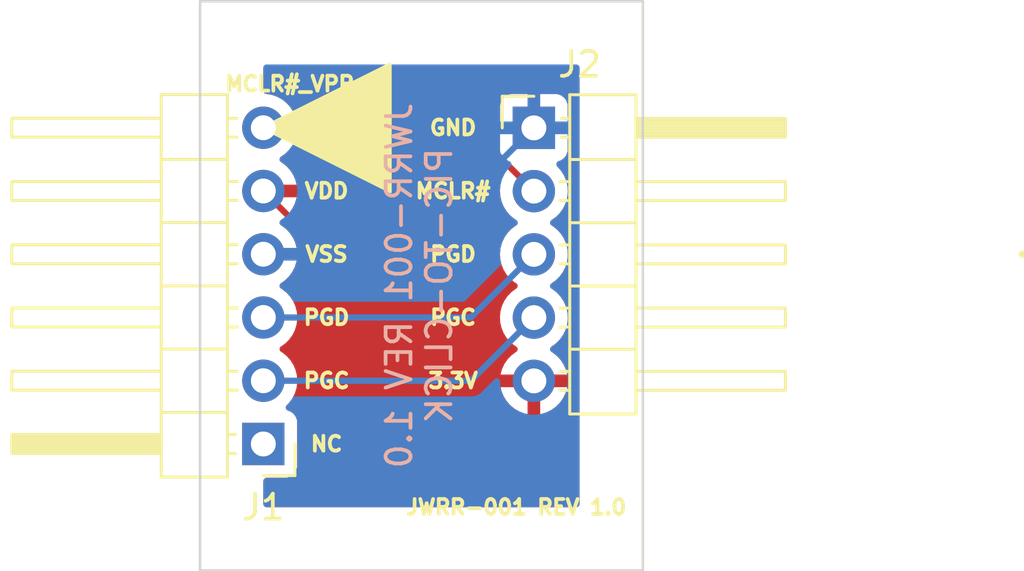
<source format=kicad_pcb>
(kicad_pcb (version 20211014) (generator pcbnew)
  (layers (0 "F.Cu" signal) (31 "B.Cu" signal) (34 "B.Paste" user) (35 "F.Paste" user) (36 "B.SilkS" user "B.Silkscreen") (37 "F.SilkS" user "F.Silkscreen") (38 "B.Mask" user) (39 "F.Mask" user) (44 "Edge.Cuts" user))
  (net 0 "")
  (net 2 "/PGC_RB6")
  (net 3 "/PGD_RB7")
  (net 4 "/VSS")
  (net 5 "/VDD_3.3V")
  (net 6 "/VPP_MCLR#")
  (footprint "Connector_PinHeader_2.54mm:PinHeader_1x05_P2.54mm_Horizontal" (layer "F.Cu") (at 140.405 86.365)
    (fp_text reference "J2" (at 1.835 -2.545) (layer "F.SilkS"))
    (fp_text value "Conn_01x05")
    (fp_line (start 10.1 4.7) (end 10.1 5.46) (layer "F.SilkS") (width 0.12))
    (fp_line (start 1.042929 4.7) (end 1.44 4.7) (layer "F.SilkS") (width 0.12))
    (fp_line (start 1.44 8.89) (end 4.1 8.89) (layer "F.SilkS") (width 0.12))
    (fp_line (start 1.042929 7.24) (end 1.44 7.24) (layer "F.SilkS") (width 0.12))
    (fp_line (start 1.44 3.81) (end 4.1 3.81) (layer "F.SilkS") (width 0.12))
    (fp_line (start 10.1 -0.38) (end 10.1 0.38) (layer "F.SilkS") (width 0.12))
    (fp_line (start 1.042929 2.16) (end 1.44 2.16) (layer "F.SilkS") (width 0.12))
    (fp_line (start 10.1 2.16) (end 10.1 2.92) (layer "F.SilkS") (width 0.12))
    (fp_line (start 4.1 -0.38) (end 10.1 -0.38) (layer "F.SilkS") (width 0.12))
    (fp_line (start 4.1 0.04) (end 10.1 0.04) (layer "F.SilkS") (width 0.12))
    (fp_line (start 4.1 0.16) (end 10.1 0.16) (layer "F.SilkS") (width 0.12))
    (fp_line (start 4.1 0.28) (end 10.1 0.28) (layer "F.SilkS") (width 0.12))
    (fp_line (start 1.44 6.35) (end 4.1 6.35) (layer "F.SilkS") (width 0.12))
    (fp_line (start 1.44 11.49) (end 4.1 11.49) (layer "F.SilkS") (width 0.12))
    (fp_line (start 10.1 0.38) (end 4.1 0.38) (layer "F.SilkS") (width 0.12))
    (fp_line (start 4.1 4.7) (end 10.1 4.7) (layer "F.SilkS") (width 0.12))
    (fp_line (start 4.1 2.16) (end 10.1 2.16) (layer "F.SilkS") (width 0.12))
    (fp_line (start 4.1 11.49) (end 4.1 -1.33) (layer "F.SilkS") (width 0.12))
    (fp_line (start 1.44 1.27) (end 4.1 1.27) (layer "F.SilkS") (width 0.12))
    (fp_line (start 10.1 10.54) (end 4.1 10.54) (layer "F.SilkS") (width 0.12))
    (fp_line (start 10.1 7.24) (end 10.1 8) (layer "F.SilkS") (width 0.12))
    (fp_line (start 1.44 -1.33) (end 1.44 11.49) (layer "F.SilkS") (width 0.12))
    (fp_line (start 1.11 0.38) (end 1.44 0.38) (layer "F.SilkS") (width 0.12))
    (fp_line (start 10.1 8) (end 4.1 8) (layer "F.SilkS") (width 0.12))
    (fp_line (start 4.1 -1.33) (end 1.44 -1.33) (layer "F.SilkS") (width 0.12))
    (fp_line (start 4.1 7.24) (end 10.1 7.24) (layer "F.SilkS") (width 0.12))
    (fp_line (start 4.1 9.78) (end 10.1 9.78) (layer "F.SilkS") (width 0.12))
    (fp_line (start 4.1 -0.08) (end 10.1 -0.08) (layer "F.SilkS") (width 0.12))
    (fp_line (start 4.1 -0.2) (end 10.1 -0.2) (layer "F.SilkS") (width 0.12))
    (fp_line (start -1.27 0) (end -1.27 -1.27) (layer "F.SilkS") (width 0.12))
    (fp_line (start 10.1 9.78) (end 10.1 10.54) (layer "F.SilkS") (width 0.12))
    (fp_line (start 1.042929 8) (end 1.44 8) (layer "F.SilkS") (width 0.12))
    (fp_line (start 4.1 -0.32) (end 10.1 -0.32) (layer "F.SilkS") (width 0.12))
    (fp_line (start 1.042929 2.92) (end 1.44 2.92) (layer "F.SilkS") (width 0.12))
    (fp_line (start 1.11 -0.38) (end 1.44 -0.38) (layer "F.SilkS") (width 0.12))
    (fp_line (start 10.1 5.46) (end 4.1 5.46) (layer "F.SilkS") (width 0.12))
    (fp_line (start 1.042929 9.78) (end 1.44 9.78) (layer "F.SilkS") (width 0.12))
    (fp_line (start -1.27 -1.27) (end 0 -1.27) (layer "F.SilkS") (width 0.12))
    (fp_line (start 1.042929 10.54) (end 1.44 10.54) (layer "F.SilkS") (width 0.12))
    (fp_line (start 10.1 2.92) (end 4.1 2.92) (layer "F.SilkS") (width 0.12))
    (fp_line (start 1.042929 5.46) (end 1.44 5.46) (layer "F.SilkS") (width 0.12))
    (pad "1" thru_hole rect (at 0 0) (size 1.7 1.7) (drill 1) (layers *.Cu *.Mask) (net 4 "/VSS"))
    (pad "2" thru_hole oval (at 0 2.54) (size 1.7 1.7) (drill 1) (layers *.Cu *.Mask) (net 6 "/VPP_MCLR#"))
    (pad "3" thru_hole oval (at 0 5.08) (size 1.7 1.7) (drill 1) (layers *.Cu *.Mask) (net 3 "/PGD_RB7"))
    (pad "4" thru_hole oval (at 0 7.62) (size 1.7 1.7) (drill 1) (layers *.Cu *.Mask) (net 2 "/PGC_RB6"))
    (pad "5" thru_hole oval (at 0 10.16) (size 1.7 1.7) (drill 1) (layers *.Cu *.Mask) (net 5 "/VDD_3.3V"))
  )
  (footprint "Connector_PinHeader_2.54mm:PinHeader_1x06_P2.54mm_Horizontal" (layer "F.Cu") (at 129.54 99.06 180)
    (fp_text reference "J1" (at 0 -2.54) (layer "F.SilkS"))
    (fp_text value "Conn_01x06")
    (fp_line (start 4.1 -1.33) (end 1.44 -1.33) (layer "F.SilkS") (width 0.12))
    (fp_line (start 4.1 -0.2) (end 10.1 -0.2) (layer "F.SilkS") (width 0.12))
    (fp_line (start 1.44 -1.33) (end 1.44 14.03) (layer "F.SilkS") (width 0.12))
    (fp_line (start 1.042929 10.54) (end 1.44 10.54) (layer "F.SilkS") (width 0.12))
    (fp_line (start 1.44 14.03) (end 4.1 14.03) (layer "F.SilkS") (width 0.12))
    (fp_line (start 10.1 10.54) (end 4.1 10.54) (layer "F.SilkS") (width 0.12))
    (fp_line (start 1.042929 2.92) (end 1.44 2.92) (layer "F.SilkS") (width 0.12))
    (fp_line (start 4.1 0.28) (end 10.1 0.28) (layer "F.SilkS") (width 0.12))
    (fp_line (start 4.1 12.32) (end 10.1 12.32) (layer "F.SilkS") (width 0.12))
    (fp_line (start 1.44 6.35) (end 4.1 6.35) (layer "F.SilkS") (width 0.12))
    (fp_line (start 1.44 3.81) (end 4.1 3.81) (layer "F.SilkS") (width 0.12))
    (fp_line (start 10.1 8) (end 4.1 8) (layer "F.SilkS") (width 0.12))
    (fp_line (start 1.042929 2.16) (end 1.44 2.16) (layer "F.SilkS") (width 0.12))
    (fp_line (start 10.1 9.78) (end 10.1 10.54) (layer "F.SilkS") (width 0.12))
    (fp_line (start 10.1 0.38) (end 4.1 0.38) (layer "F.SilkS") (width 0.12))
    (fp_line (start 4.1 7.24) (end 10.1 7.24) (layer "F.SilkS") (width 0.12))
    (fp_line (start -1.27 -1.27) (end 0 -1.27) (layer "F.SilkS") (width 0.12))
    (fp_line (start 4.1 14.03) (end 4.1 -1.33) (layer "F.SilkS") (width 0.12))
    (fp_line (start 4.1 0.04) (end 10.1 0.04) (layer "F.SilkS") (width 0.12))
    (fp_line (start 10.1 13.08) (end 4.1 13.08) (layer "F.SilkS") (width 0.12))
    (fp_line (start 4.1 -0.38) (end 10.1 -0.38) (layer "F.SilkS") (width 0.12))
    (fp_line (start 10.1 5.46) (end 4.1 5.46) (layer "F.SilkS") (width 0.12))
    (fp_line (start 1.042929 4.7) (end 1.44 4.7) (layer "F.SilkS") (width 0.12))
    (fp_line (start 1.042929 5.46) (end 1.44 5.46) (layer "F.SilkS") (width 0.12))
    (fp_line (start 1.11 -0.38) (end 1.44 -0.38) (layer "F.SilkS") (width 0.12))
    (fp_line (start 4.1 9.78) (end 10.1 9.78) (layer "F.SilkS") (width 0.12))
    (fp_line (start 4.1 -0.32) (end 10.1 -0.32) (layer "F.SilkS") (width 0.12))
    (fp_line (start 1.11 0.38) (end 1.44 0.38) (layer "F.SilkS") (width 0.12))
    (fp_line (start 10.1 -0.38) (end 10.1 0.38) (layer "F.SilkS") (width 0.12))
    (fp_line (start 1.44 8.89) (end 4.1 8.89) (layer "F.SilkS") (width 0.12))
    (fp_line (start 1.042929 9.78) (end 1.44 9.78) (layer "F.SilkS") (width 0.12))
    (fp_line (start -1.27 0) (end -1.27 -1.27) (layer "F.SilkS") (width 0.12))
    (fp_line (start 10.1 7.24) (end 10.1 8) (layer "F.SilkS") (width 0.12))
    (fp_line (start 1.042929 12.32) (end 1.44 12.32) (layer "F.SilkS") (width 0.12))
    (fp_line (start 4.1 -0.08) (end 10.1 -0.08) (layer "F.SilkS") (width 0.12))
    (fp_line (start 4.1 4.7) (end 10.1 4.7) (layer "F.SilkS") (width 0.12))
    (fp_line (start 4.1 0.16) (end 10.1 0.16) (layer "F.SilkS") (width 0.12))
    (fp_line (start 10.1 4.7) (end 10.1 5.46) (layer "F.SilkS") (width 0.12))
    (fp_line (start 1.44 1.27) (end 4.1 1.27) (layer "F.SilkS") (width 0.12))
    (fp_line (start 1.042929 13.08) (end 1.44 13.08) (layer "F.SilkS") (width 0.12))
    (fp_line (start 1.042929 7.24) (end 1.44 7.24) (layer "F.SilkS") (width 0.12))
    (fp_line (start 10.1 12.32) (end 10.1 13.08) (layer "F.SilkS") (width 0.12))
    (fp_line (start 10.1 2.92) (end 4.1 2.92) (layer "F.SilkS") (width 0.12))
    (fp_line (start 4.1 2.16) (end 10.1 2.16) (layer "F.SilkS") (width 0.12))
    (fp_line (start 1.042929 8) (end 1.44 8) (layer "F.SilkS") (width 0.12))
    (fp_line (start 1.44 11.43) (end 4.1 11.43) (layer "F.SilkS") (width 0.12))
    (fp_line (start 10.1 2.16) (end 10.1 2.92) (layer "F.SilkS") (width 0.12))
    (pad "1" thru_hole rect (at 0 0 180) (size 1.7 1.7) (drill 1) (layers *.Cu *.Mask))
    (pad "2" thru_hole oval (at 0 2.54 180) (size 1.7 1.7) (drill 1) (layers *.Cu *.Mask) (net 2 "/PGC_RB6"))
    (pad "3" thru_hole oval (at 0 5.08 180) (size 1.7 1.7) (drill 1) (layers *.Cu *.Mask) (net 3 "/PGD_RB7"))
    (pad "4" thru_hole oval (at 0 7.62 180) (size 1.7 1.7) (drill 1) (layers *.Cu *.Mask) (net 4 "/VSS"))
    (pad "5" thru_hole oval (at 0 10.16 180) (size 1.7 1.7) (drill 1) (layers *.Cu *.Mask) (net 5 "/VDD_3.3V"))
    (pad "6" thru_hole oval (at 0 12.7 180) (size 1.7 1.7) (drill 1) (layers *.Cu *.Mask) (net 6 "/VPP_MCLR#"))
  )
  (gr_circle (center 160.02 91.44) (end 160.02 91.44) (layer "F.SilkS") (width 0.15) (fill none))
  (gr_poly (pts (xy 134.62 88.9) (xy 129.54 86.36) (xy 134.62 83.82)) (layer "F.SilkS") (width 0.15) (fill solid))
  (gr_rect (start 127 104.14) (end 144.78 81.28) (layer "Edge.Cuts") (width 0.1) (fill none))
  (gr_text "JWRR-001 REV 1.0\nPIC-TO-CLICK" (at 135.8 92.7 90) (layer "B.SilkS") (effects (font (size 1 1)) (justify mirror)))
  (gr_text "PGC" (at 137.16 93.98) (layer "F.SilkS") (effects (font (size 0.6 0.6))))
  (gr_text "VDD" (at 132.08 88.9) (layer "F.SilkS") (effects (font (size 0.6 0.6))))
  (gr_text "GND" (at 137.16 86.36) (layer "F.SilkS") (effects (font (size 0.6 0.6))))
  (gr_text "JWRR-001 REV 1.0" (at 139.7 101.6) (layer "F.SilkS") (effects (font (size 0.6 0.6))))
  (gr_text "PGC" (at 132.08 96.52) (layer "F.SilkS") (effects (font (size 0.6 0.6))))
  (gr_text "VSS" (at 132.08 91.44) (layer "F.SilkS") (effects (font (size 0.6 0.6))))
  (gr_text "PGD" (at 137.16 91.44) (layer "F.SilkS") (effects (font (size 0.6 0.6))))
  (gr_text "3.3V" (at 137.16 96.52) (layer "F.SilkS") (effects (font (size 0.6 0.6))))
  (gr_text "MCLR#_VPP" (at 130.6 84.6) (layer "F.SilkS") (effects (font (size 0.6 0.6))))
  (gr_text "MCLR#" (at 137.16 88.9) (layer "F.SilkS") (effects (font (size 0.6 0.6))))
  (gr_text "PGD" (at 132.08 93.98) (layer "F.SilkS") (effects (font (size 0.6 0.6))))
  (gr_text "NC" (at 132.08 99.06) (layer "F.SilkS") (effects (font (size 0.6 0.6))))
  (segment (start 129.54 96.52) (end 137.87 96.52) (width 0.25) (layer "B.Cu") (net 2))
  (segment (start 137.87 96.52) (end 140.405 93.985) (width 0.25) (layer "B.Cu") (net 2))
  (segment (start 137.87 93.98) (end 140.405 91.445) (width 0.25) (layer "B.Cu") (net 3))
  (segment (start 129.54 93.98) (end 137.87 93.98) (width 0.25) (layer "B.Cu") (net 3))
  (segment (start 135.33 91.44) (end 140.405 86.365) (width 0.25) (layer "B.Cu") (net 4))
  (segment (start 129.54 91.44) (end 135.33 91.44) (width 0.25) (layer "B.Cu") (net 4))
  (segment (start 137.165 96.525) (end 140.405 96.525) (width 0.25) (layer "F.Cu") (net 5))
  (segment (start 129.54 88.9) (end 137.165 96.525) (width 0.25) (layer "F.Cu") (net 5))
  (segment (start 129.54 86.36) (end 137.86 86.36) (width 0.25) (layer "F.Cu") (net 6))
  (segment (start 137.86 86.36) (end 140.405 88.905) (width 0.25) (layer "F.Cu") (net 6))
  (zone (net 5) (net_name "/VDD_3.3V") (layer "F.Cu") (connect_pads (clearance 0.508)) (min_thickness 0.254) (fill yes (thermal_gap 0.508) (thermal_bridge_width 0.508))
    (polygon (pts (xy 142.24 101.6) (xy 129.54 101.6) (xy 129.54 83.82) (xy 142.24 83.82)))
  )
  (zone (net 4) (net_name "/VSS") (layer "B.Cu") (connect_pads (clearance 0.508)) (min_thickness 0.254) (fill yes (thermal_gap 0.508) (thermal_bridge_width 0.508))
    (polygon (pts (xy 142.24 101.6) (xy 129.54 101.6) (xy 129.54 83.82) (xy 142.24 83.82)))
  )
)
</source>
